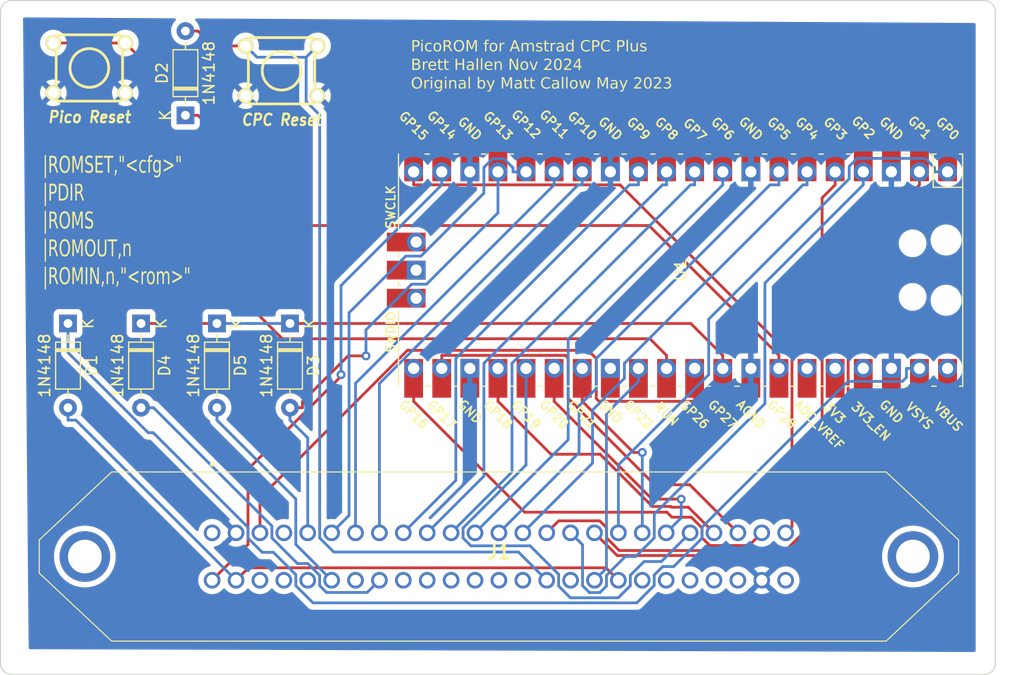
<source format=kicad_pcb>
(kicad_pcb (version 20221018) (generator pcbnew)
  (title_block (title "CPC PicoROM Plus") (date "18-Nov-2024") (rev "1.1-0") (company "Brett Hallen") (comment 1 "https://github.com/0ddjob/CPC_PICOROM") (comment 3 "https://github.com/mattcallow/CPC_PICOROM") (comment 4 "Original by Matt Callow"))
  (layers (0 "F.Cu" signal) (31 "B.Cu" signal) (34 "B.Paste" user) (35 "F.Paste" user) (36 "B.SilkS" user "B.Silkscreen") (37 "F.SilkS" user "F.Silkscreen") (38 "B.Mask" user) (39 "F.Mask" user) (44 "Edge.Cuts" user))
  (net 0 "")
  (net 1 "Net-(D1-K)")
  (net 2 "Vcc")
  (net 3 "Net-(D2-K)")
  (net 4 "~{BRST}")
  (net 5 "Net-(D3-K)")
  (net 6 "A13")
  (net 7 "~{WR}")
  (net 8 "~{IORQ}")
  (net 10 "GND")
  (net 11 "/A15")
  (net 13 "/A12")
  (net 14 "/A11")
  (net 15 "/A10")
  (net 16 "/A9")
  (net 17 "/A8")
  (net 18 "/A7")
  (net 19 "/A6")
  (net 20 "/A5")
  (net 21 "/A4")
  (net 22 "/A3")
  (net 23 "/A2")
  (net 24 "/A1")
  (net 25 "/A0")
  (net 26 "/D7")
  (net 27 "/D6")
  (net 28 "/D5")
  (net 29 "/D4")
  (net 30 "/D3")
  (net 31 "/D2")
  (net 32 "/D1")
  (net 33 "/D0")
  (net 45 "~{ROMEN}")
  (net 54 "RUN")
  (footprint "Diode_THT:D_DO-35_SOD27_P7.62mm_Horizontal" (layer "F.Cu") (at 95.504 123.444 -90)
    (fp_text reference "D3" (at 3.81 -2.12 90) (layer "F.SilkS"))
    (fp_text value "1N4148" (at 3.81 2.12 90) (layer "F.SilkS"))
    (fp_text user "K" (at 0 -1.8 90) (layer "F.SilkS"))
    (pad "1" thru_hole rect (at 0 0 270) (size 1.6 1.6) (drill 0.8) (layers "*.Cu" "*.Mask") (net 5 "Net-(D3-K)"))
    (pad "2" thru_hole oval (at 7.62 0 270) (size 1.6 1.6) (drill 0.8) (layers "*.Cu" "*.Mask") (net 6 "A13"))
  )
  (footprint "Diode_THT:D_DO-35_SOD27_P7.62mm_Horizontal" (layer "F.Cu") (at 88.9 123.444 -90)
    (fp_text reference "D5" (at 3.81 -2.12 90) (layer "F.SilkS"))
    (fp_text value "1N4148" (at 3.81 2.12 90) (layer "F.SilkS"))
    (fp_text user "K" (at 0 -1.8 90) (layer "F.SilkS"))
    (pad "1" thru_hole rect (at 0 0 270) (size 1.6 1.6) (drill 0.8) (layers "*.Cu" "*.Mask") (net 5 "Net-(D3-K)"))
    (pad "2" thru_hole oval (at 7.62 0 270) (size 1.6 1.6) (drill 0.8) (layers "*.Cu" "*.Mask") (net 8 "~{IORQ}"))
  )
  (footprint "CluelessEngineer:RPi_Pico_SMD_TH" (layer "F.Cu") (at 130.81 118.618 -90)
    (fp_text reference "U1" (at 0 0 90) (layer "F.SilkS"))
    (fp_text value "Pico")
    (fp_text user "VSYS" (at 13.2 -21.59 135) (layer "F.SilkS") (effects (font (size 0.8 0.8))))
    (fp_text user "GND" (at 12.8 19.05 135) (layer "F.SilkS") (effects (font (size 0.8 0.8))))
    (fp_text user "GP28" (at 13.054 -9.144 135) (layer "F.SilkS") (effects (font (size 0.8 0.8))))
    (fp_text user "GP27" (at 13.054 -3.8 135) (layer "F.SilkS") (effects (font (size 0.8 0.8))))
    (fp_text user "GP17" (at 13.054 21.59 135) (layer "F.SilkS") (effects (font (size 0.8 0.8))))
    (fp_text user "GP10" (at -13.054 8.89 135) (layer "F.SilkS") (effects (font (size 0.8 0.8))))
    (fp_text user "GP26" (at 13.054 -1.27 135) (layer "F.SilkS") (effects (font (size 0.8 0.8))))
    (fp_text user "GP5" (at -12.8 -8.89 135) (layer "F.SilkS") (effects (font (size 0.8 0.8))))
    (fp_text user "GP11" (at -13.2 11.43 135) (layer "F.SilkS") (effects (font (size 0.8 0.8))))
    (fp_text user "ADC_VREF" (at 14 -12.5 135) (layer "F.SilkS") (effects (font (size 0.8 0.8))))
    (fp_text user "GP13" (at -13.054 16.51 135) (layer "F.SilkS") (effects (font (size 0.8 0.8))))
    (fp_text user "GND" (at 12.8 6.35 135) (layer "F.SilkS") (effects (font (size 0.8 0.8))))
    (fp_text user "RUN" (at 13 1.27 135) (layer "F.SilkS") (effects (font (size 0.8 0.8))))
    (fp_text user "GP14" (at -13.1 21.59 135) (layer "F.SilkS") (effects (font (size 0.8 0.8))))
    (fp_text user "GP8" (at -12.8 1.27 135) (layer "F.SilkS") (effects (font (size 0.8 0.8))))
    (fp_text user "GP0" (at -12.8 -24.13 135) (layer "F.SilkS") (effects (font (size 0.8 0.8))))
    (fp_text user "GP6" (at -12.8 -3.81 135) (layer "F.SilkS") (effects (font (size 0.8 0.8))))
    (fp_text user "3V3_EN" (at 13.7 -17.2 135) (layer "F.SilkS") (effects (font (size 0.8 0.8))))
    (fp_text user "SWCLK" (at -5.7 26.2 90) (layer "F.SilkS") (effects (font (size 0.8 0.8))))
    (fp_text user "GND" (at -12.8 19.05 135) (layer "F.SilkS") (effects (font (size 0.8 0.8))))
    (fp_text user "3V3" (at 12.9 -13.9 135) (layer "F.SilkS") (effects (font (size 0.8 0.8))))
    (fp_text user "GND" (at -12.8 -19.05 135) (layer "F.SilkS") (effects (font (size 0.8 0.8))))
    (fp_text user "GP1" (at -12.9 -21.6 135) (layer "F.SilkS") (effects (font (size 0.8 0.8))))
    (fp_text user "GND" (at -12.8 6.35 135) (layer "F.SilkS") (effects (font (size 0.8 0.8))))
    (fp_text user "GP21" (at 13.054 8.9 135) (layer "F.SilkS") (effects (font (size 0.8 0.8))))
    (fp_text user "GP2" (at -12.9 -16.51 135) (layer "F.SilkS") (effects (font (size 0.8 0.8))))
    (fp_text user "SWDIO" (at 5.6 26.2 90) (layer "F.SilkS") (effects (font (size 0.8 0.8))))
    (fp_text user "GP19" (at 13.054 13.97 135) (layer "F.SilkS") (effects (font (size 0.8 0.8))))
    (fp_text user "GP22" (at 13.054 3.81 135) (layer "F.SilkS") (effects (font (size 0.8 0.8))))
    (fp_text user "GP20" (at 13.054 11.43 135) (layer "F.SilkS") (effects (font (size 0.8 0.8))))
    (fp_text user "GP12" (at -13.2 13.97 135) (layer "F.SilkS") (effects (font (size 0.8 0.8))))
    (fp_text user "AGND" (at 13.054 -6.35 135) (layer "F.SilkS") (effects (font (size 0.8 0.8))))
    (fp_text user "VBUS" (at 13.3 -24.2 135) (layer "F.SilkS") (effects (font (size 0.8 0.8))))
    (fp_text user "GND" (at 12.8 -19.05 135) (layer "F.SilkS") (effects (font (size 0.8 0.8))))
    (fp_text user "GP4" (at -12.8 -11.43 135) (layer "F.SilkS") (effects (font (size 0.8 0.8))))
    (fp_text user "GP9" (at -12.8 3.81 135) (layer "F.SilkS") (effects (font (size 0.8 0.8))))
    (fp_text user "GP15" (at -13.054 24.13 135) (layer "F.SilkS") (effects (font (size 0.8 0.8))))
    (fp_text user "GP16" (at 13.054 24.13 135) (layer "F.SilkS") (effects (font (size 0.8 0.8))))
    (fp_text user "GP18" (at 13.054 16.51 135) (layer "F.SilkS") (effects (font (size 0.8 0.8))))
    (fp_text user "GND" (at -12.8 -6.35 135) (layer "F.SilkS") (effects (font (size 0.8 0.8))))
    (fp_text user "GP3" (at -12.8 -13.97 135) (layer "F.SilkS") (effects (font (size 0.8 0.8))))
    (fp_text user "GP7" (at -12.7 -1.3 135) (layer "F.SilkS") (effects (font (size 0.8 0.8))))
    (pad "" np_thru_hole oval (at -2.725 -24 270) (size 1.8 1.8) (drill 1.8) (layers "*.Cu" "*.Mask"))
    (pad "" np_thru_hole oval (at -2.425 -20.97 270) (size 1.5 1.5) (drill 1.5) (layers "*.Cu" "*.Mask"))
    (pad "" np_thru_hole oval (at 2.425 -20.97 270) (size 1.5 1.5) (drill 1.5) (layers "*.Cu" "*.Mask"))
    (pad "" np_thru_hole oval (at 2.725 -24 270) (size 1.8 1.8) (drill 1.8) (layers "*.Cu" "*.Mask"))
    (pad "1" thru_hole oval (at -8.89 -24.13 270) (size 1.7 1.7) (drill 1.02) (layers "*.Cu" "*.Mask") (net 25 "/A0"))
    (pad "1" smd rect (at -8.89 -24.13 270) (size 3.5 1.7) (drill (offset -0.9 0)) (layers "F.Cu" "F.Mask") (net 25 "/A0"))
    (pad "2" thru_hole oval (at -8.89 -21.59 270) (size 1.7 1.7) (drill 1.02) (layers "*.Cu" "*.Mask") (net 24 "/A1"))
    (pad "2" smd rect (at -8.89 -21.59 270) (size 3.5 1.7) (drill (offset -0.9 0)) (layers "F.Cu" "F.Mask") (net 24 "/A1"))
    (pad "3" thru_hole rect (at -8.89 -19.05 270) (size 1.7 1.7) (drill 1.02) (layers "*.Cu" "*.Mask") (net 10 "GND"))
    (pad "3" smd rect (at -8.89 -19.05 270) (size 3.5 1.7) (drill (offset -0.9 0)) (layers "F.Cu" "F.Mask") (net 10 "GND"))
    (pad "4" thru_hole oval (at -8.89 -16.51 270) (size 1.7 1.7) (drill 1.02) (layers "*.Cu" "*.Mask") (net 23 "/A2"))
    (pad "4" smd rect (at -8.89 -16.51 270) (size 3.5 1.7) (drill (offset -0.9 0)) (layers "F.Cu" "F.Mask") (net 23 "/A2"))
    (pad "5" thru_hole oval (at -8.89 -13.97 270) (size 1.7 1.7) (drill 1.02) (layers "*.Cu" "*.Mask") (net 22 "/A3"))
    (pad "5" smd rect (at -8.89 -13.97 270) (size 3.5 1.7) (drill (offset -0.9 0)) (layers "F.Cu" "F.Mask") (net 22 "/A3"))
    (pad "6" thru_hole oval (at -8.89 -11.43 270) (size 1.7 1.7) (drill 1.02) (layers "*.Cu" "*.Mask") (net 21 "/A4"))
    (pad "6" smd rect (at -8.89 -11.43 270) (size 3.5 1.7) (drill (offset -0.9 0)) (layers "F.Cu" "F.Mask") (net 21 "/A4"))
    (pad "7" thru_hole oval (at -8.89 -8.89 270) (size 1.7 1.7) (drill 1.02) (layers "*.Cu" "*.Mask") (net 20 "/A5"))
    (pad "7" smd rect (at -8.89 -8.89 270) (size 3.5 1.7) (drill (offset -0.9 0)) (layers "F.Cu" "F.Mask") (net 20 "/A5"))
    (pad "8" thru_hole rect (at -8.89 -6.35 270) (size 1.7 1.7) (drill 1.02) (layers "*.Cu" "*.Mask") (net 10 "GND"))
    (pad "8" smd rect (at -8.89 -6.35 270) (size 3.5 1.7) (drill (offset -0.9 0)) (layers "F.Cu" "F.Mask") (net 10 "GND"))
    (pad "9" thru_hole oval (at -8.89 -3.81 270) (size 1.7 1.7) (drill 1.02) (layers "*.Cu" "*.Mask") (net 19 "/A6"))
    (pad "9" smd rect (at -8.89 -3.81 270) (size 3.5 1.7) (drill (offset -0.9 0)) (layers "F.Cu" "F.Mask") (net 19 "/A6"))
    (pad "10" thru_hole oval (at -8.89 -1.27 270) (size 1.7 1.7) (drill 1.02) (layers "*.Cu" "*.Mask") (net 18 "/A7"))
    (pad "10" smd rect (at -8.89 -1.27 270) (size 3.5 1.7) (drill (offset -0.9 0)) (layers "F.Cu" "F.Mask") (net 18 "/A7"))
    (pad "11" thru_hole oval (at -8.89 1.27 270) (size 1.7 1.7) (drill 1.02) (layers "*.Cu" "*.Mask") (net 17 "/A8"))
    (pad "11" smd rect (at -8.89 1.27 270) (size 3.5 1.7) (drill (offset -0.9 0)) (layers "F.Cu" "F.Mask") (net 17 "/A8"))
    (pad "12" thru_hole oval (at -8.89 3.81 270) (size 1.7 1.7) (drill 1.02) (layers "*.Cu" "*.Mask") (net 16 "/A9"))
    (pad "12" smd rect (at -8.89 3.81 270) (size 3.5 1.7) (drill (offset -0.9 0)) (layers "F.Cu" "F.Mask") (net 16 "/A9"))
    (pad "13" thru_hole rect (at -8.89 6.35 270) (size 1.7 1.7) (drill 1.02) (layers "*.Cu" "*.Mask") (net 10 "GND"))
    (pad "13" smd rect (at -8.89 6.35 270) (size 3.5 1.7) (drill (offset -0.9 0)) (layers "F.Cu" "F.Mask") (net 10 "GND"))
    (pad "14" thru_hole oval (at -8.89 8.89 270) (size 1.7 1.7) (drill 1.02) (layers "*.Cu" "*.Mask") (net 15 "/A10"))
    (pad "14" smd rect (at -8.89 8.89 270) (size 3.5 1.7) (drill (offset -0.9 0)) (layers "F.Cu" "F.Mask") (net 15 "/A10"))
    (pad "15" thru_hole oval (at -8.89 11.43 270) (size 1.7 1.7) (drill 1.02) (layers "*.Cu" "*.Mask") (net 14 "/A11"))
    (pad "15" smd rect (at -8.89 11.43 270) (size 3.5 1.7) (drill (offset -0.9 0)) (layers "F.Cu" "F.Mask") (net 14 "/A11"))
    (pad "16" thru_hole oval (at -8.89 13.97 270) (size 1.7 1.7) (drill 1.02) (layers "*.Cu" "*.Mask") (net 13 "/A12"))
    (pad "16" smd rect (at -8.89 13.97 270) (size 3.5 1.7) (drill (offset -0.9 0)) (layers "F.Cu" "F.Mask") (net 13 "/A12"))
    (pad "17" thru_hole oval (at -8.89 16.51 270) (size 1.7 1.7) (drill 1.02) (layers "*.Cu" "*.Mask") (net 6 "A13"))
    (pad "17" smd rect (at -8.89 16.51 270) (size 3.5 1.7) (drill (offset -0.9 0)) (layers "F.Cu" "F.Mask") (net 6 "A13"))
    (pad "18" thru_hole rect (at -8.89 19.05 270) (size 1.7 1.7) (drill 1.02) (layers "*.Cu" "*.Mask") (net 10 "GND"))
    (pad "18" smd rect (at -8.89 19.05 270) (size 3.5 1.7) (drill (offset -0.9 0)) (layers "F.Cu" "F.Mask") (net 10 "GND"))
    (pad "19" thru_hole oval (at -8.89 21.59 270) (size 1.7 1.7) (drill 1.02) (layers "*.Cu" "*.Mask") (net 33 "/D0"))
    (pad "19" smd rect (at -8.89 21.59 270) (size 3.5 1.7) (drill (offset -0.9 0)) (layers "F.Cu" "F.Mask") (net 33 "/D0"))
    (pad "20" thru_hole oval (at -8.89 24.13 270) (size 1.7 1.7) (drill 1.02) (layers "*.Cu" "*.Mask") (net 32 "/D1"))
    (pad "20" smd rect (at -8.89 24.13 270) (size 3.5 1.7) (drill (offset -0.9 0)) (layers "F.Cu" "F.Mask") (net 32 "/D1"))
    (pad "21" thru_hole oval (at 8.89 24.13 270) (size 1.7 1.7) (drill 1.02) (layers "*.Cu" "*.Mask") (net 31 "/D2"))
    (pad "21" smd rect (at 8.89 24.13 270) (size 3.5 1.7) (drill (offset 0.9 0)) (layers "F.Cu" "F.Mask") (net 31 "/D2"))
    (pad "22" thru_hole oval (at 8.89 21.59 270) (size 1.7 1.7) (drill 1.02) (layers "*.Cu" "*.Mask") (net 30 "/D3"))
    (pad "22" smd rect (at 8.89 21.59 270) (size 3.5 1.7) (drill (offset 0.9 0)) (layers "F.Cu" "F.Mask") (net 30 "/D3"))
    (pad "23" thru_hole rect (at 8.89 19.05 270) (size 1.7 1.7) (drill 1.02) (layers "*.Cu" "*.Mask") (net 10 "GND"))
    (pad "23" smd rect (at 8.89 19.05 270) (size 3.5 1.7) (drill (offset 0.9 0)) (layers "F.Cu" "F.Mask") (net 10 "GND"))
    (pad "24" thru_hole oval (at 8.89 16.51 270) (size 1.7 1.7) (drill 1.02) (layers "*.Cu" "*.Mask") (net 29 "/D4"))
    (pad "24" smd rect (at 8.89 16.51 270) (size 3.5 1.7) (drill (offset 0.9 0)) (layers "F.Cu" "F.Mask") (net 29 "/D4"))
    (pad "25" thru_hole oval (at 8.89 13.97 270) (size 1.7 1.7) (drill 1.02) (layers "*.Cu" "*.Mask") (net 28 "/D5"))
    (pad "25" smd rect (at 8.89 13.97 270) (size 3.5 1.7) (drill (offset 0.9 0)) (layers "F.Cu" "F.Mask") (net 28 "/D5"))
    (pad "26" thru_hole oval (at 8.89 11.43 270) (size 1.7 1.7) (drill 1.02) (layers "*.Cu" "*.Mask") (net 27 "/D6"))
    (pad "26" smd rect (at 8.89 11.43 270) (size 3.5 1.7) (drill (offset 0.9 0)) (layers "F.Cu" "F.Mask") (net 27 "/D6"))
    (pad "27" thru_hole oval (at 8.89 8.89 270) (size 1.7 1.7) (drill 1.02) (layers "*.Cu" "*.Mask") (net 26 "/D7"))
    (pad "27" smd rect (at 8.89 8.89 270) (size 3.5 1.7) (drill (offset 0.9 0)) (layers "F.Cu" "F.Mask") (net 26 "/D7"))
    (pad "28" thru_hole rect (at 8.89 6.35 270) (size 1.7 1.7) (drill 1.02) (layers "*.Cu" "*.Mask") (net 10 "GND"))
    (pad "28" smd rect (at 8.89 6.35 270) (size 3.5 1.7) (drill (offset 0.9 0)) (layers "F.Cu" "F.Mask") (net 10 "GND"))
    (pad "29" thru_hole oval (at 8.89 3.81 270) (size 1.7 1.7) (drill 1.02) (layers "*.Cu" "*.Mask") (net 45 "~{ROMEN}"))
    (pad "29" smd rect (at 8.89 3.81 270) (size 3.5 1.7) (drill (offset 0.9 0)) (layers "F.Cu" "F.Mask") (net 45 "~{ROMEN}"))
    (pad "30" thru_hole oval (at 8.89 1.27 270) (size 1.7 1.7) (drill 1.02) (layers "*.Cu" "*.Mask") (net 54 "RUN"))
    (pad "30" smd rect (at 8.89 1.27 270) (size 3.5 1.7) (drill (offset 0.9 0)) (layers "F.Cu" "F.Mask") (net 54 "RUN"))
    (pad "31" thru_hole oval (at 8.89 -1.27 270) (size 1.7 1.7) (drill 1.02) (layers "*.Cu" "*.Mask") (net 11 "/A15"))
    (pad "31" smd rect (at 8.89 -1.27 270) (size 3.5 1.7) (drill (offset 0.9 0)) (layers "F.Cu" "F.Mask") (net 11 "/A15"))
    (pad "32" thru_hole oval (at 8.89 -3.81 270) (size 1.7 1.7) (drill 1.02) (layers "*.Cu" "*.Mask") (net 5 "Net-(D3-K)"))
    (pad "32" smd rect (at 8.89 -3.81 270) (size 3.5 1.7) (drill (offset 0.9 0)) (layers "F.Cu" "F.Mask") (net 5 "Net-(D3-K)"))
    (pad "33" thru_hole rect (at 8.89 -6.35 270) (size 1.7 1.7) (drill 1.02) (layers "*.Cu" "*.Mask") (net 10 "GND"))
    (pad "33" smd rect (at 8.89 -6.35 270) (size 3.5 1.7) (drill (offset 0.9 0)) (layers "F.Cu" "F.Mask") (net 10 "GND"))
    (pad "34" thru_hole oval (at 8.89 -8.89 270) (size 1.7 1.7) (drill 1.02) (layers "*.Cu" "*.Mask") (net 3 "Net-(D2-K)"))
    (pad "34" smd rect (at 8.89 -8.89 270) (size 3.5 1.7) (drill (offset 0.9 0)) (layers "F.Cu" "F.Mask") (net 3 "Net-(D2-K)"))
    (pad "35" thru_hole oval (at 8.89 -11.43 270) (size 1.7 1.7) (drill 1.02) (layers "*.Cu" "*.Mask"))
    (pad "35" smd rect (at 8.89 -11.43 270) (size 3.5 1.7) (drill (offset 0.9 0)) (layers "F.Cu" "F.Mask"))
    (pad "36" thru_hole oval (at 8.89 -13.97 270) (size 1.7 1.7) (drill 1.02) (layers "*.Cu" "*.Mask"))
    (pad "36" smd rect (at 8.89 -13.97 270) (size 3.5 1.7) (drill (offset 0.9 0)) (layers "F.Cu" "F.Mask"))
    (pad "37" thru_hole oval (at 8.89 -16.51 270) (size 1.7 1.7) (drill 1.02) (layers "*.Cu" "*.Mask"))
    (pad "37" smd rect (at 8.89 -16.51 270) (size 3.5 1.7) (drill (offset 0.9 0)) (layers "F.Cu" "F.Mask"))
    (pad "38" thru_hole rect (at 8.89 -19.05 270) (size 1.7 1.7) (drill 1.02) (layers "*.Cu" "*.Mask") (net 10 "GND"))
    (pad "38" smd rect (at 8.89 -19.05 270) (size 3.5 1.7) (drill (offset 0.9 0)) (layers "F.Cu" "F.Mask") (net 10 "GND"))
    (pad "39" thru_hole oval (at 8.89 -21.59 270) (size 1.7 1.7) (drill 1.02) (layers "*.Cu" "*.Mask") (net 1 "Net-(D1-K)"))
    (pad "39" smd rect (at 8.89 -21.59 270) (size 3.5 1.7) (drill (offset 0.9 0)) (layers "F.Cu" "F.Mask") (net 1 "Net-(D1-K)"))
    (pad "40" thru_hole oval (at 8.89 -24.13 270) (size 1.7 1.7) (drill 1.02) (layers "*.Cu" "*.Mask"))
    (pad "40" smd rect (at 8.89 -24.13 270) (size 3.5 1.7) (drill (offset 0.9 0)) (layers "F.Cu" "F.Mask"))
    (pad "41" thru_hole oval (at -2.54 23.9 270) (size 1.7 1.7) (drill 1.02) (layers "*.Cu" "*.Mask"))
    (pad "41" smd rect (at -2.54 23.9) (size 3.5 1.7) (drill (offset -0.9 0)) (layers "F.Cu" "F.Mask"))
    (pad "42" thru_hole rect (at 0 23.9 270) (size 1.7 1.7) (drill 1.02) (layers "*.Cu" "*.Mask"))
    (pad "42" smd rect (at 0 23.9) (size 3.5 1.7) (drill (offset -0.9 0)) (layers "F.Cu" "F.Mask"))
    (pad "43" thru_hole oval (at 2.54 23.9 270) (size 1.7 1.7) (drill 1.02) (layers "*.Cu" "*.Mask"))
    (pad "43" smd rect (at 2.54 23.9) (size 3.5 1.7) (drill (offset -0.9 0)) (layers "F.Cu" "F.Mask"))
  )
  (footprint "My_Components:Switch_Tactile_6mm" (layer "F.Cu") (at 77.3684 100.33)
    (fp_text reference "SW1" hide)
    (fp_text value "Pico Reset" (at 0 4.445) (layer "F.SilkS") (effects (font (size 1.016 0.9144) (thickness 0.2032) italic)))
    (pad "1" thru_hole circle (at -3.2512 -2.25044) (size 1.39954 1.39954) (drill 1.00076) (layers "*.Cu" "*.Mask" "F.SilkS") (net 54 "RUN"))
    (pad "1" thru_hole circle (at 3.2512 -2.25044) (size 1.39954 1.39954) (drill 1.00076) (layers "*.Cu" "*.Mask" "F.SilkS") (net 54 "RUN"))
    (pad "2" thru_hole circle (at -3.2512 2.25044) (size 1.39954 1.39954) (drill 1.00076) (layers "*.Cu" "*.Mask" "F.SilkS") (net 10 "GND"))
    (pad "2" thru_hole circle (at 3.2512 2.25044) (size 1.39954 1.39954) (drill 1.00076) (layers "*.Cu" "*.Mask" "F.SilkS") (net 10 "GND"))
  )
  (footprint "My_Components:Switch_Tactile_6mm" (layer "F.Cu") (at 94.742 100.584)
    (fp_text reference "SW2" hide)
    (fp_text value "CPC Reset" (at 0 4.445) (layer "F.SilkS") (effects (font (size 1.016 0.9144) (thickness 0.2032) italic)))
    (pad "1" thru_hole circle (at -3.2512 -2.25044) (size 1.39954 1.39954) (drill 1.00076) (layers "*.Cu" "*.Mask" "F.SilkS") (net 4 "~{BRST}"))
    (pad "1" thru_hole circle (at 3.2512 -2.25044) (size 1.39954 1.39954) (drill 1.00076) (layers "*.Cu" "*.Mask" "F.SilkS") (net 4 "~{BRST}"))
    (pad "2" thru_hole circle (at -3.2512 2.25044) (size 1.39954 1.39954) (drill 1.00076) (layers "*.Cu" "*.Mask" "F.SilkS") (net 10 "GND"))
    (pad "2" thru_hole circle (at 3.2512 2.25044) (size 1.39954 1.39954) (drill 1.00076) (layers "*.Cu" "*.Mask" "F.SilkS") (net 10 "GND"))
  )
  (footprint "Diode_THT:D_DO-35_SOD27_P7.62mm_Horizontal" (layer "F.Cu") (at 86.0552 104.6124 90)
    (fp_text reference "D2" (at 3.81 -2.12 90) (layer "F.SilkS"))
    (fp_text value "1N4148" (at 3.81 2.12 90) (layer "F.SilkS"))
    (fp_text user "K" (at 0 -1.8 90) (layer "F.SilkS"))
    (pad "1" thru_hole rect (at 0 0 90) (size 1.6 1.6) (drill 0.8) (layers "*.Cu" "*.Mask") (net 3 "Net-(D2-K)"))
    (pad "2" thru_hole oval (at 7.62 0 90) (size 1.6 1.6) (drill 0.8) (layers "*.Cu" "*.Mask") (net 4 "~{BRST}"))
  )
  (footprint "CluelessEngineer:111050113L001" (layer "F.Cu") (at 88.467 142.381)
    (fp_text reference "J1" (at 25.92 1.747) (layer "F.SilkS") (effects (font (size 1.27 1.27) (thickness 0.254))))
    (fp_text value "Amstrad_CPC_Plus_Expansion" hide)
    (pad "1" thru_hole circle (at 0 0) (size 1.5 1.5) (drill 1) (layers "*.Cu" "*.Mask"))
    (pad "2" thru_hole circle (at 2.16 0) (size 1.5 1.5) (drill 1) (layers "*.Cu" "*.Mask") (net 10 "GND"))
    (pad "3" thru_hole circle (at 4.32 0) (size 1.5 1.5) (drill 1) (layers "*.Cu" "*.Mask") (net 11 "/A15"))
    (pad "4" thru_hole circle (at 6.48 0) (size 1.5 1.5) (drill 1) (layers "*.Cu" "*.Mask"))
    (pad "5" thru_hole circle (at 8.64 0) (size 1.5 1.5) (drill 1) (layers "*.Cu" "*.Mask") (net 6 "A13"))
    (pad "6" thru_hole circle (at 10.8 0) (size 1.5 1.5) (drill 1) (layers "*.Cu" "*.Mask") (net 13 "/A12"))
    (pad "7" thru_hole circle (at 12.96 0) (size 1.5 1.5) (drill 1) (layers "*.Cu" "*.Mask") (net 14 "/A11"))
    (pad "8" thru_hole circle (at 15.12 0) (size 1.5 1.5) (drill 1) (layers "*.Cu" "*.Mask") (net 15 "/A10"))
    (pad "9" thru_hole circle (at 17.28 0) (size 1.5 1.5) (drill 1) (layers "*.Cu" "*.Mask") (net 16 "/A9"))
    (pad "10" thru_hole circle (at 19.44 0) (size 1.5 1.5) (drill 1) (layers "*.Cu" "*.Mask") (net 17 "/A8"))
    (pad "11" thru_hole circle (at 21.6 0) (size 1.5 1.5) (drill 1) (layers "*.Cu" "*.Mask") (net 18 "/A7"))
    (pad "12" thru_hole circle (at 23.76 0) (size 1.5 1.5) (drill 1) (layers "*.Cu" "*.Mask") (net 19 "/A6"))
    (pad "13" thru_hole circle (at 25.92 0) (size 1.5 1.5) (drill 1) (layers "*.Cu" "*.Mask") (net 20 "/A5"))
    (pad "14" thru_hole circle (at 28.08 0) (size 1.5 1.5) (drill 1) (layers "*.Cu" "*.Mask") (net 21 "/A4"))
    (pad "15" thru_hole circle (at 30.24 0) (size 1.5 1.5) (drill 1) (layers "*.Cu" "*.Mask") (net 22 "/A3"))
    (pad "16" thru_hole circle (at 32.4 0) (size 1.5 1.5) (drill 1) (layers "*.Cu" "*.Mask") (net 23 "/A2"))
    (pad "17" thru_hole circle (at 34.56 0) (size 1.5 1.5) (drill 1) (layers "*.Cu" "*.Mask") (net 24 "/A1"))
    (pad "18" thru_hole circle (at 36.72 0) (size 1.5 1.5) (drill 1) (layers "*.Cu" "*.Mask") (net 25 "/A0"))
    (pad "19" thru_hole circle (at 38.88 0) (size 1.5 1.5) (drill 1) (layers "*.Cu" "*.Mask") (net 26 "/D7"))
    (pad "20" thru_hole circle (at 41.04 0) (size 1.5 1.5) (drill 1) (layers "*.Cu" "*.Mask") (net 27 "/D6"))
    (pad "21" thru_hole circle (at 43.2 0) (size 1.5 1.5) (drill 1) (layers "*.Cu" "*.Mask") (net 28 "/D5"))
    (pad "22" thru_hole circle (at 45.36 0) (size 1.5 1.5) (drill 1) (layers "*.Cu" "*.Mask") (net 29 "/D4"))
    (pad "23" thru_hole circle (at 47.52 0) (size 1.5 1.5) (drill 1) (layers "*.Cu" "*.Mask") (net 30 "/D3"))
    (pad "24" thru_hole circle (at 49.68 0) (size 1.5 1.5) (drill 1) (layers "*.Cu" "*.Mask") (net 31 "/D2"))
    (pad "25" thru_hole circle (at 51.84 0) (size 1.5 1.5) (drill 1) (layers "*.Cu" "*.Mask") (net 32 "/D1"))
    (pad "26" thru_hole circle (at 0 4.29) (size 1.5 1.5) (drill 1) (layers "*.Cu" "*.Mask") (net 33 "/D0"))
    (pad "27" thru_hole circle (at 2.16 4.29) (size 1.5 1.5) (drill 1) (layers "*.Cu" "*.Mask") (net 2 "Vcc"))
    (pad "28" thru_hole circle (at 4.32 4.29) (size 1.5 1.5) (drill 1) (layers "*.Cu" "*.Mask"))
    (pad "29" thru_hole circle (at 6.48 4.29) (size 1.5 1.5) (drill 1) (layers "*.Cu" "*.Mask"))
    (pad "30" thru_hole circle (at 8.64 4.29) (size 1.5 1.5) (drill 1) (layers "*.Cu" "*.Mask"))
    (pad "31" thru_hole circle (at 10.8 4.29) (size 1.5 1.5) (drill 1) (layers "*.Cu" "*.Mask") (net 8 "~{IORQ}"))
    (pad "32" thru_hole circle (at 12.96 4.29) (size 1.5 1.5) (drill 1) (layers "*.Cu" "*.Mask"))
    (pad "33" thru_hole circle (at 15.12 4.29) (size 1.5 1.5) (drill 1) (layers "*.Cu" "*.Mask") (net 7 "~{WR}"))
    (pad "34" thru_hole circle (at 17.28 4.29) (size 1.5 1.5) (drill 1) (layers "*.Cu" "*.Mask"))
    (pad "35" thru_hole circle (at 19.44 4.29) (size 1.5 1.5) (drill 1) (layers "*.Cu" "*.Mask"))
    (pad "36" thru_hole circle (at 21.6 4.29) (size 1.5 1.5) (drill 1) (layers "*.Cu" "*.Mask"))
    (pad "37" thru_hole circle (at 23.76 4.29) (size 1.5 1.5) (drill 1) (layers "*.Cu" "*.Mask"))
    (pad "38" thru_hole circle (at 25.92 4.29) (size 1.5 1.5) (drill 1) (layers "*.Cu" "*.Mask"))
    (pad "39" thru_hole circle (at 28.08 4.29) (size 1.5 1.5) (drill 1) (layers "*.Cu" "*.Mask"))
    (pad "40" thru_hole circle (at 30.24 4.29) (size 1.5 1.5) (drill 1) (layers "*.Cu" "*.Mask") (net 4 "~{BRST}"))
    (pad "41" thru_hole circle (at 32.4 4.29) (size 1.5 1.5) (drill 1) (layers "*.Cu" "*.Mask"))
    (pad "42" thru_hole circle (at 34.56 4.29) (size 1.5 1.5) (drill 1) (layers "*.Cu" "*.Mask") (net 45 "~{ROMEN}"))
    (pad "43" thru_hole circle (at 36.72 4.29) (size 1.5 1.5) (drill 1) (layers "*.Cu" "*.Mask") (net 2 "Vcc"))
    (pad "44" thru_hole circle (at 38.88 4.29) (size 1.5 1.5) (drill 1) (layers "*.Cu" "*.Mask"))
    (pad "45" thru_hole circle (at 41.04 4.29) (size 1.5 1.5) (drill 1) (layers "*.Cu" "*.Mask"))
    (pad "46" thru_hole circle (at 43.2 4.29) (size 1.5 1.5) (drill 1) (layers "*.Cu" "*.Mask"))
    (pad "47" thru_hole circle (at 45.36 4.29) (size 1.5 1.5) (drill 1) (layers "*.Cu" "*.Mask"))
    (pad "48" thru_hole circle (at 47.52 4.29) (size 1.5 1.5) (drill 1) (layers "*.Cu" "*.Mask"))
    (pad "49" thru_hole circle (at 49.68 4.29) (size 1.5 1.5) (drill 1) (layers "*.Cu" "*.Mask") (net 10 "GND"))
    (pad "50" thru_hole circle (at 51.84 4.29) (size 1.5 1.5) (drill 1) (layers "*.Cu" "*.Mask"))
    (pad "MH1" thru_hole circle (at -11.505 2.145) (size 4.575 4.575) (drill 3.05) (layers "*.Cu" "*.Mask"))
    (pad "MH2" thru_hole circle (at 63.345 2.145) (size 4.575 4.575) (drill 3.05) (layers "*.Cu" "*.Mask"))
  )
  (footprint "Diode_THT:D_DO-35_SOD27_P7.62mm_Horizontal" (layer "F.Cu") (at 82.042 123.444 -90)
    (fp_text reference "D4" (at 3.81 -2.12 90) (layer "F.SilkS"))
    (fp_text value "1N4148" (at 3.81 2.12 90) (layer "F.SilkS"))
    (fp_text user "K" (at 0 -1.8 90) (layer "F.SilkS"))
    (pad "1" thru_hole rect (at 0 0 270) (size 1.6 1.6) (drill 0.8) (layers "*.Cu" "*.Mask") (net 5 "Net-(D3-K)"))
    (pad "2" thru_hole oval (at 7.62 0 270) (size 1.6 1.6) (drill 0.8) (layers "*.Cu" "*.Mask") (net 7 "~{WR}"))
  )
  (footprint "Diode_THT:D_DO-35_SOD27_P7.62mm_Horizontal" (layer "F.Cu") (at 75.438 123.444 -90)
    (fp_text reference "D1" (at 3.81 -2.12 90) (layer "F.SilkS"))
    (fp_text value "1N4148" (at 3.81 2.12 90) (layer "F.SilkS"))
    (fp_text user "K" (at 0 -1.8 90) (layer "F.SilkS"))
    (pad "1" thru_hole rect (at 0 0 270) (size 1.6 1.6) (drill 0.8) (layers "*.Cu" "*.Mask") (net 1 "Net-(D1-K)"))
    (pad "2" thru_hole oval (at 7.62 0 270) (size 1.6 1.6) (drill 0.8) (layers "*.Cu" "*.Mask") (net 2 "Vcc"))
  )
  (gr_arc (start 70.342 155.194) (mid 69.634893 154.901107) (end 69.342 154.194) (stroke (width 0.1)) (layer "Edge.Cuts"))
  (gr_line (start 159.258 95.234) (end 159.258 154.194) (stroke (width 0.1)) (layer "Edge.Cuts"))
  (gr_line (start 158.258 155.194) (end 70.342 155.194) (stroke (width 0.1)) (layer "Edge.Cuts"))
  (gr_arc (start 159.258 154.194) (mid 158.965107 154.901107) (end 158.258 155.194) (stroke (width 0.1)) (layer "Edge.Cuts"))
  (gr_line (start 70.342 94.234) (end 158.258 94.234) (stroke (width 0.1)) (layer "Edge.Cuts"))
  (gr_line (start 69.342 154.194) (end 69.342 95.234) (stroke (width 0.1)) (layer "Edge.Cuts"))
  (gr_arc (start 158.258 94.234) (mid 158.965107 94.526893) (end 159.258 95.234) (stroke (width 0.1)) (layer "Edge.Cuts"))
  (gr_arc (start 69.342 95.234) (mid 69.634893 94.526893) (end 70.342 94.234) (stroke (width 0.1)) (layer "Edge.Cuts"))
  (gr_text "|ROMSET,{dblquote}<cfg>{dblquote}\n|PDIR\n|ROMS\n|ROMOUT,n\n|ROMIN,n,{dblquote}<rom>{dblquote}" (at 73.152 120.142) (layer "F.SilkS") (effects (font (size 1.5 1)) (justify left bottom)))
  (gr_text "PicoROM for Amstrad CPC Plus\nBrett Hallen Nov 2024\nOriginal by Matt Callow May 2023" (at 106.426 102.362) (layer "F.SilkS") (effects (font (size 1 1)) (justify left bottom)))
  (segment (start 82.6853 133.3222) (end 83.1412 133.3222) (width 0.25) (layer "B.Cu") (net 1))
  (segment (start 132.747 141.8717) (end 145.9338 128.6849) (width 0.25) (layer "B.Cu") (net 1))
  (segment (start 130.1883 145.4314) (end 132.747 142.8727) (width 0.25) (layer "B.Cu") (net 1))
  (segment (start 150.8554 128.6849) (end 151.2231 128.3172) (width 0.25) (layer "B.Cu") (net 1))
  (segment (start 96.0271 146.1632) (end 96.0271 147.1556) (width 0.25) (layer "B.Cu") (net 1))
  (segment (start 75.438 123.444) (end 75.438 126.0749) (width 0.25) (layer "B.Cu") (net 1))
  (segment (start 75.438 126.0749) (end 82.6853 133.3222) (width 0.25) (layer "B.Cu") (net 1))
  (segment (start 128.427 146.1984) (end 129.194 145.4314) (width 0.25) (layer "B.Cu") (net 1))
  (segment (start 97.5838 148.7123) (end 126.8507 148.7123) (width 0.25) (layer "B.Cu") (net 1))
  (segment (start 94.0092 144.1453) (end 96.0271 146.1632) (width 0.25) (layer "B.Cu") (net 1))
  (segment (start 151.2231 128.3172) (end 151.2231 127.508) (width 0.25) (layer "B.Cu") (net 1))
  (segment (start 83.1412 133.3222) (end 91.707 141.888) (width 0.25) (layer "B.Cu") (net 1))
  (segment (start 152.4 127.508) (end 151.2231 127.508) (width 0.25) (layer "B.Cu") (net 1))
  (segment (start 96.0271 147.1556) (end 97.5838 148.7123) (width 0.25) (layer "B.Cu") (net 1))
  (segment (start 132.747 142.8727) (end 132.747 141.8717) (width 0.25) (layer "B.Cu") (net 1))
  (segment (start 92.9937 144.1453) (end 94.0092 144.1453) (width 0.25) (layer "B.Cu") (net 1))
  (segment (start 145.9338 128.6849) (end 150.8554 128.6849) (width 0.25) (layer "B.Cu") (net 1))
  (segment (start 129.194 145.4314) (end 130.1883 145.4314) (width 0.25) (layer "B.Cu") (net 1))
  (segment (start 126.8507 148.7123) (end 128.427 147.136) (width 0.25) (layer "B.Cu") (net 1))
  (segment (start 91.707 141.888) (end 91.707 142.8586) (width 0.25) (layer "B.Cu") (net 1))
  (segment (start 128.427 147.136) (end 128.427 146.1984) (width 0.25) (layer "B.Cu") (net 1))
  (segment (start 91.707 142.8586) (end 92.9937 144.1453) (width 0.25) (layer "B.Cu") (net 1))
  (segment (start 91.7537 145.5443) (end 124.0603 145.5443) (width 0.25) (layer "F.Cu") (net 2))
  (segment (start 90.627 146.671) (end 91.7537 145.5443) (width 0.25) (layer "F.Cu") (net 2))
  (segment (start 124.0603 145.5443) (end 125.187 146.671) (width 0.25) (layer "F.Cu") (net 2))
  (segment (start 90.627 146.671) (end 76.1469 132.1909) (width 0.25) (layer "B.Cu") (net 2))
  (segment (start 75.438 131.064) (end 75.438 132.1909) (width 0.25) (layer "B.Cu") (net 2))
  (segment (start 76.1469 132.1909) (end 75.438 132.1909) (width 0.25) (layer "B.Cu") (net 2))
  (segment (start 127.9529 114.584) (end 139.7 126.3311) (width 0.25) (layer "F.Cu") (net 3))
  (segment (start 87.1821 104.6124) (end 97.1537 114.584) (width 0.25) (layer "F.Cu") (net 3))
  (segment (start 139.7 127.508) (end 139.7 126.3311) (width 0.25) (layer "F.Cu") (net 3))
  (segment (start 86.0552 104.6124) (end 87.1821 104.6124) (width 0.25) (layer "F.Cu") (net 3))
  (segment (start 97.1537 114.584) (end 127.9529 114.584) (width 0.25) (layer "F.Cu") (net 3))
  (segment (start 88.5233 98.3336) (end 87.1821 96.9924) (width 0.25) (layer "F.Cu") (net 4))
  (segment (start 86.0552 96.9924) (end 87.1821 96.9924) (width 0.25) (layer "F.Cu") (net 4))
  (segment (start 91.4908 98.3336) (end 88.5233 98.3336) (width 0.25) (layer "F.Cu") (net 4))
  (segment (start 96.9638 99.363) (end 96.9638 103.3581) (width 0.25) (layer "B.Cu") (net 4))
  (segment (start 96.9638 103.3581) (end 98.1871 104.5814) (width 0.25) (layer "B.Cu") (net 4))
  (segment (start 99.4574 144.1166) (end 116.1526 144.1166) (width 0.25) (layer "B.Cu") (net 4))
  (segment (start 116.1526 144.1166) (end 118.707 146.671) (width 0.25) (layer "B.Cu") (net 4))
  (segment (start 92.5202 99.363) (end 91.4908 98.3336) (width 0.25) (layer "B.Cu") (net 4))
  (segment (start 98.1871 142.8463) (end 99.4574 144.1166) (width 0.25) (layer "B.Cu") (net 4))
  (segment (start 96.9638 99.363) (end 97.9932 98.3336) (width 0.25) (layer "B.Cu") (net 4))
  (segment (start 98.1871 104.5814) (end 98.1871 142.8463) (width 0.25) (layer "B.Cu") (net 4))
  (segment (start 96.9638 99.363) (end 92.5202 99.363) (width 0.25) (layer "B.Cu") (net 4))
  (segment (start 95.504 123.444) (end 96.6309 123.444) (width 0.25) (layer "F.Cu") (net 5))
  (segment (start 131.7329 123.444) (end 134.62 126.3311) (width 0.25) (layer "F.Cu") (net 5))
  (segment (start 82.042 123.444) (end 88.9 123.444) (width 0.25) (layer "F.Cu") (net 5))
  (segment (start 96.6309 123.444) (end 131.7329 123.444) (width 0.25) (layer "F.Cu") (net 5))
  (segment (start 134.62 127.508) (end 134.62 126.3311) (width 0.25) (layer "F.Cu") (net 5))
  (segment (start 88.9 123.444) (end 95.504 123.444) (width 0.25) (layer "B.Cu") (net 5))
  (segment (start 100.7542 126.3772) (end 102.3705 126.3772) (width 0.25) (layer "F.Cu") (net 6))
  (segment (start 96.6309 131.064) (end 96.6309 130.5005) (width 0.25) (layer "F.Cu") (net 6))
  (segment (start 95.504 131.064) (end 96.6309 131.064) (width 0.25) (layer "F.Cu") (net 6))
  (segment (start 96.6309 130.5005) (end 100.7542 126.3772) (width 0.25) (layer "F.Cu") (net 6))
  (via (at 102.3705 126.3772) (size 0.8) (drill 0.4) (layers "F.Cu" "B.Cu") (net 6))
  (segment (start 107.8458 119.888) (end 106.5005 119.888) (width 0.25) (layer "B.Cu") (net 6))
  (segment (start 97.107 133.7939) (end 97.107 142.381) (width 0.25) (layer "B.Cu") (net 6))
  (segment (start 95.504 132.1909) (end 97.107 133.7939) (width 0.25) (layer "B.Cu") (net 6))
  (segment (start 102.3705 124.018) (end 102.3705 126.3772) (width 0.25) (layer "B.Cu") (net 6))
  (segment (start 114.3 113.4338) (end 107.8458 119.888) (width 0.25) (layer "B.Cu") (net 6))
  (segment (start 106.5005 119.888) (end 102.3705 124.018) (width 0.25) (layer "B.Cu") (net 6))
  (segment (start 114.3 109.728) (end 114.3 113.4338) (width 0.25) (layer "B.Cu") (net 6))
  (segment (start 95.504 131.064) (end 95.504 132.1909) (width 0.25) (layer "B.Cu") (net 6))
  (segment (start 82.042 131.064) (end 83.1689 131.064) (width 0.25) (layer "B.Cu") (net 7))
  (segment (start 98.1839 146.2249) (end 97.1216 145.1626) (width 0.25) (layer "B.Cu") (net 7))
  (segment (start 93.867 142.8473) (end 93.867 141.7621) (width 0.25) (layer "B.Cu") (net 7))
  (segment (start 102.4804 147.7776) (end 98.8091 147.7776) (width 0.25) (layer "B.Cu") (net 7))
  (segment (start 103.587 146.671) (end 102.4804 147.7776) (width 0.25) (layer "B.Cu") (net 7))
  (segment (start 93.867 141.7621) (end 83.1689 131.064) (width 0.25) (layer "B.Cu") (net 7))
  (segment (start 96.1823 145.1626) (end 93.867 142.8473) (width 0.25) (layer "B.Cu") (net 7))
  (segment (start 98.8091 147.7776) (end 98.1839 147.1524) (width 0.25) (layer "B.Cu") (net 7))
  (segment (start 98.1839 147.1524) (end 98.1839 146.2249) (width 0.25) (layer "B.Cu") (net 7))
  (segment (start 97.1216 145.1626) (end 96.1823 145.1626) (width 0.25) (layer "B.Cu") (net 7))
  (segment (start 96.027 143.4289) (end 96.027 139.3179) (width 0.25) (layer "B.Cu") (net 8))
  (segment (start 99.267 146.671) (end 99.267 146.6689) (width 0.25) (layer "B.Cu") (net 8))
  (segment (start 88.9 131.064) (end 88.9 132.1909) (width 0.25) (layer "B.Cu") (net 8))
  (segment (start 96.027 139.3179) (end 88.9 132.1909) (width 0.25) (layer "B.Cu") (net 8))
  (segment (start 99.267 146.6689) (end 96.027 143.4289) (width 0.25) (layer "B.Cu") (net 8))
  (segment (start 92.787 139.206) (end 92.787 142.381) (width 0.25) (layer "F.Cu") (net 11))
  (segment (start 123.19 130.2371) (end 123.19 126.6157) (width 0.25) (layer "F.Cu") (net 11))
  (segment (start 122.4478 125.8735) (end 106.1195 125.8735) (width 0.25) (layer "F.Cu") (net 11))
  (segment (start 123.19 126.6157) (end 122.4478 125.8735) (width 0.25) (layer "F.Cu") (net 11))
  (segment (start 132.08 127.508) (end 132.08 130.4849) (width 0.25) (layer "F.Cu") (net 11))
  (segment (start 106.1195 125.8735) (end 92.787 139.206) (width 0.25) (layer "F.Cu") (net 11))
  (segment (start 123.4378 130.4849) (end 123.19 130.2371) (width 0.25) (layer "F.Cu") (net 11))
  (segment (start 132.08 130.4849) (end 123.4378 130.4849) (width 0.25) (layer "F.Cu") (net 11))
  (segment (start 100.8444 140.8036) (end 99.267 142.381) (width 0.25) (layer "B.Cu") (net 13))
  (segment (start 115.6631 109.3622) (end 114.8446 108.5437) (width 0.25) (layer "B.Cu") (net 13))
  (segment (start 113.0299 109.3262) (end 113.0299 111.6632) (width 0.25) (layer "B.Cu") (net 13))
  (segment (start 105.9698 117.348) (end 100.8444 122.4734) (width 0.25) (layer "B.Cu") (net 13))
  (segment (start 100.8444 122.4734) (end 100.8444 140.8036) (width 0.25) (layer "B.Cu") (net 13))
  (segment (start 113.8124 108.5437) (end 113.0299 109.3262) (width 0.25) (layer "B.Cu") (net 13))
  (segment (start 116.84 109.728) (end 115.6631 109.728) (width 0.25) (layer "B.Cu") (net 13))
  (segment (start 113.0299 111.6632) (end 107.3451 117.348) (width 0.25) (layer "B.Cu") (net 13))
  (segment (start 114.8446 108.5437) (end 113.8124 108.5437) (width 0.25) (layer "B.Cu") (net 13))
  (segment (start 107.3451 117.348) (end 105.9698 117.348) (width 0.25) (layer "B.Cu") (net 13))
  (segment (start 115.6631 109.728) (end 115.6631 109.3622) (width 0.25) (layer "B.Cu") (net 13))
  (segment (start 101.427 128.8579) (end 119.38 110.9049) (width 0.25) (layer "B.Cu") (net 14))
  (segment (start 119.38 109.728) (end 119.38 110.9049) (width 0.25) (layer "B.Cu") (net 14))
  (segment (start 101.427 142.381) (end 101.427 128.8579) (width 0.25) (layer "B.Cu") (net 14))
  (segment (start 121.92 109.728) (end 121.92 110.9049) (width 0.25) (layer "B.Cu") (net 15))
  (segment (start 121.5542 110.9049) (end 121.92 110.9049) (width 0.25) (layer "B.Cu") (net 15))
  (segment (start 103.587 128.8721) (end 121.5542 110.9049) (width 0.25) (layer "B.Cu") (net 15))
  (segment (start 103.587 142.381) (end 103.587 128.8721) (width 0.25) (layer "B.Cu") (net 15))
  (segment (start 127 110.9049) (end 126.1909 110.9049) (width 0.25) (layer "B.Cu") (net 16))
  (segment (start 127 109.728) (end 127 110.9049) (width 0.25) (layer "B.Cu") (net 16))
  (segment (start 126.1909 110.9049) (end 110.49 126.6058) (width 0.25) (layer "B.Cu") (net 16))
  (segment (start 110.49 137.638) (end 105.747 142.381) (width 0.25) (layer "B.Cu") (net 16))
  (segment (start 110.49 126.6058) (end 110.49 137.638) (width 0.25) (layer "B.Cu") (net 16))
  (segment (start 107.907 142.381) (end 113.0299 137.2581) (width 0.25) (layer "B.Cu") (net 17))
  (segment (start 113.0299 127.0492) (end 129.1742 110.9049) (width 0.25) (layer "B.Cu") (net 17))
  (segment (start 129.54 109.728) (end 129.54 110.9049) (width 0.25) (layer "B.Cu") (net 17))
  (segment (start 129.1742 110.9049) (end 129.54 110.9049) (width 0.25) (layer "B.Cu") (net 17))
  (segment (start 113.0299 137.2581) (end 113.0299 127.0492) (width 0.25) (layer "B.Cu") (net 17))
  (segment (start 110.067 142.3786) (end 110.067 142.381) (width 0.25) (layer "B.Cu") (net 18))
  (segment (start 115.57 127.0491) (end 115.57 136.8756) (width 0.25) (layer "B.Cu") (net 18))
  (segment (start 115.57 136.8756) (end 110.067 142.3786) (width 0.25) (layer "B.Cu") (net 18))
  (segment (start 132.08 109.728) (end 132.08 110.9049) (width 0.25) (layer "B.Cu") (net 18))
  (segment (start 132.08 110.9049) (end 131.7142 110.9049) (width 0.25) (layer "B.Cu") (net 18))
  (segment (start 131.7142 110.9049) (end 115.57 127.0491) (width 0.25) (layer "B.Cu") (net 18))
  (segment (start 134.62 109.728) (end 134.62 110.9049) (width 0.25) (layer "B.Cu") (net 19))
  (segment (start 120.65 124.8749) (end 134.62 110.9049) (width 0.25) (layer "B.Cu") (net 19))
  (segment (start 120.65 133.958) (end 120.65 124.8749) (width 0.25) (layer "B.Cu") (net 19))
  (segment (start 112.227 142.381) (end 120.65 133.958) (width 0.25) (layer "B.Cu") (net 19))
  (segment (start 139.7 110.9049) (end 138.8909 110.9049) (width 0.25) (layer "B.Cu") (net 20))
  (segment (start 138.8909 110.9049) (end 123.19 126.6058) (width 0.25) (layer "B.Cu") (net 20))
  (segment (start 121.6356 130.8815) (end 121.6356 135.1324) (width 0.25) (layer "B.Cu") (net 20))
  (segment (start 121.6356 135.1324) (end 114.387 142.381) (width 0.25) (layer "B.Cu") (net 20))
  (segment (start 123.19 126.6058) (end 123.19 129.3271) (width 0.25) (layer "B.Cu") (net 20))
  (segment (start 123.19 129.3271) (end 121.6356 130.8815) (width 0.25) (layer "B.Cu") (net 20))
  (segment (start 139.7 109.728) (end 139.7 110.9049) (width 0.25) (layer "B.Cu") (net 20))
  (segment (start 122.8518 136.0762) (end 122.8518 131.2785) (width 0.25) (layer "B.Cu") (net 21))
  (segment (start 142.24 109.728) (end 142.24 110.9049) (width 0.25) (layer "B.Cu") (net 21))
  (segment (start 141.8742 110.9049) (end 142.24 110.9049) (width 0.25) (layer "B.Cu") (net 21))
  (segment (start 116.547 142.381) (end 122.8518 136.0762) (width 0.25) (layer "B.Cu") (net 21))
  (segment (start 125.7299 128.4004) (end 125.7299 127.0492) (width 0.25) (layer "B.Cu") (net 21))
  (segment (start 125.7299 127.0492) (end 141.8742 110.9049) (width 0.25) (layer "B.Cu") (net 21))
  (segment (start 122.8518 131.2785) (end 125.7299 128.4004) (width 0.25) (layer "B.Cu") (net 21))
  (segment (start 124.1101 141.9117) (end 124.1101 142.827) (width 0.25) (layer "F.Cu") (net 22))
  (segment (start 119.7918 141.2962) (end 123.4946 141.2962) (width 0.25) (layer "F.Cu") (net 22))
  (segment (start 125.2675 143.9844) (end 140.3002 143.9844) (width 0.25) (layer "F.Cu") (net 22))
  (segment (start 143.6031 140.6815) (end 143.6031 112.0818) (width 0.25) (layer "F.Cu") (net 22))
  (segment (start 140.3002 143.9844) (end 143.6031 140.6815) (width 0.25) (layer "F.Cu") (net 22))
  (segment (start 144.78 109.728) (end 144.78 110.9049) (width 0.25) (layer "F.Cu") (net 22))
  (segment (start 118.707 142.381) (end 119.7918 141.2962) (width 0.25) (layer "F.Cu") (net 22))
  (segment (start 123.4946 141.2962) (end 124.1101 141.9117) (width 0.25) (layer "F.Cu") (net 22))
  (segment (start 124.1101 142.827) (end 125.2675 143.9844) (width 0.25) (layer "F.Cu") (net 22))
  (segment (start 143.6031 112.0818) (end 144.78 110.9049) (width 0.25) (layer "F.Cu") (net 22))
  (segment (start 121.947 143.461) (end 120.867 142.381) (width 0.25) (layer "B.Cu") (net 23))
  (segment (start 125.8137 144.5214) (end 124.1101 146.225) (width 0.25) (layer "B.Cu") (net 23))
  (segment (start 123.5164 147.7857) (end 122.5701 147.7857) (width 0.25) (layer "B.Cu") (net 23))
  (segment (start 128.4301 140.6924) (end 128.4301 142.8443) (width 0.25) (layer "B.Cu") (net 23))
  (segment (start 124.1101 147.192) (end 123.5164 147.7857) (width 0.25) (layer "B.Cu") (net 23))
  (segment (start 147.32 109.728) (end 147.32 110.9049) (width 0.25) (layer "B.Cu") (net 23))
  (segment (start 121.947 147.1626) (end 121.947 143.461) (width 0.25) (layer "B.Cu") (net 23))
  (segment (start 138.4299 130.6926) (end 128.4301 140.6924) (width 0.25) (layer "B.Cu") (net 23))
  (segment (start 124.1101 146.225) (end 124.1101 147.192) (width 0.25) (layer "B.Cu") (net 23))
  (segment (start 122.5701 147.7857) (end 121.947 147.1626) (width 0.25) (layer "B.Cu") (net 23))
  (segment (start 138.4299 119.795) (end 138.4299 130.6926) (width 0.25) (layer "B.Cu") (net 23))
  (segment (start 147.32 110.9049) (end 138.4299 119.795) (width 0.25) (layer "B.Cu") (net 23))
  (segment (start 126.753 144.5214) (end 125.8137 144.5214) (width 0.25) (layer "B.Cu") (net 23))
  (segment (start 128.4301 142.8443) (end 126.753 144.5214) (width 0.25) (layer "B.Cu") (net 23))
  (segment (start 140.4874 144.4363) (end 145.9569 138.9668) (width 0.25) (layer "F.Cu") (net 24))
  (segment (start 145.9569 117.348) (end 152.4 110.9049) (width 0.25) (layer "F.Cu") (net 24))
  (segment (start 152.4 109.728) (end 152.4 110.9049) (width 0.25) (layer "F.Cu") (net 24))
  (segment (start 123.027 142.3832) (end 125.0801 144.4363) (width 0.25) (layer "F.Cu") (net 24))
  (segment (start 123.027 142.381) (end 123.027 142.3832) (width 0.25) (layer "F.Cu") (net 24))
  (segment (start 125.0801 144.4363) (end 140.4874 144.4363) (width 0.25) (layer "F.Cu") (net 24))
  (segment (start 145.9569 138.9668) (end 145.9569 117.348) (width 0.25) (layer "F.Cu") (net 24))
  (segment (start 146.7717 108.508) (end 146.05 109.2297) (width 0.25) (layer "B.Cu") (net 25))
  (segment (start 133.35 123.0582) (end 133.35 128.0795) (width 0.25) (layer "B.Cu") (net 25))
  (segment (start 153.7631 109.728) (end 153.7631 109.3622) (width 0.25) (layer "B.Cu") (net 25))
  (segment (start 133.35 128.0795) (end 125.187 136.2425) (width 0.25) (layer "B.Cu") (net 25))
  (segment (start 146.05 110.3582) (end 133.35 123.0582) (width 0.25) (layer "B.Cu") (net 25))
  (segment (start 152.9089 108.508) (end 146.7717 108.508) (width 0.25) (layer "B.Cu") (net 25))
  (segment (start 154.94 109.728) (end 153.7631 109.728) (width 0.25) (layer "B.Cu") (net 25))
  (segment (start 125.187 136.2425) (end 125.187 142.381) (width 0.25) (layer "B.Cu") (net 25))
  (segment (start 146.05 109.2297) (end 146.05 110.3582) (width 0.25) (layer "B.Cu") (net 25))
  (segment (start 153.7631 109.3622) (end 152.9089 108.508) (width 0.25) (layer "B.Cu") (net 25))
  (segment (start 121.92 130.4849) (end 126.5454 135.1103) (width 0.25) (layer "F.Cu") (net 26))
  (segment (start 127.347 135.1103) (end 127.347 135.1104) (width 0.25) (layer "F.Cu") (net 26))
  (segment (start 121.92 127.508) (end 121.92 130.4849) (width 0.25) (layer "F.Cu") (net 26))
  (segment (start 126.5454 135.1103) (end 127.347 135.1103) (width 0.25) (layer "F.Cu") (net 26))
  (via (at 127.347 135.1104) (size 0.8) (drill 0.4) (layers "F.Cu" "B.Cu") (net 26))
  (segment (start 127.347 142.381) (end 127.347 135.1104) (width 0.25) (layer "B.Cu") (net 26))
  (segment (start 128.233 139.3358) (end 128.233 139.3357) (width 0.25) (layer "F.Cu") (net 27))
  (segment (start 128.233 139.3357) (end 119.3822 130.4849) (width 0.25) (layer "F.Cu") (net 27))
  (segment (start 119.3822 130.4849) (end 119.38 130.4849) (width 0.25) (layer "F.Cu") (net 27))
  (segment (start 130.8642 139.3358) (end 128.233 139.3358) (width 0.25) (layer "F.Cu") (net 27))
  (segment (start 119.38 127.508) (end 119.38 130.4849) (width 0.25) (layer "F.Cu") (net 27))
  (via (at 130.8642 139.3358) (size 0.8) (drill 0.4) (layers "F.Cu" "B.Cu") (net 27))
  (segment (start 129.507 142.381) (end 130.8642 141.0238) (width 0.25) (layer "B.Cu") (net 27))
  (segment (start 130.8642 141.0238) (end 130.8642 139.3358) (width 0.25) (layer "B.Cu") (net 27))
  (segment (start 119.787 146.1343) (end 117.2086 143.5559) (width 0.25) (layer "B.Cu") (net 28))
  (segment (start 117.2086 143.5559) (end 111.8548 143.5559) (width 0.25) (layer "B.Cu") (net 28))
  (segment (start 111.8548 143.5559) (end 111.147 142.8481) (width 0.25) (layer "B.Cu") (net 28))
  (segment (start 126.267 147.1633) (end 125.1745 148.2558) (width 0.25) (layer "B.Cu") (net 28))
  (segment (start 111.147 142.8481) (end 111.147 141.9379) (width 0.25) (layer "B.Cu") (net 28))
  (segment (start 126.267 146.2196) (end 126.267 147.1633) (width 0.25) (layer "B.Cu") (net 28))
  (segment (start 120.8441 148.2558) (end 119.787 147.1987) (width 0.25) (layer "B.Cu") (net 28))
  (segment (start 125.1745 148.2558) (end 120.8441 148.2558) (width 0.25) (layer "B.Cu") (net 28))
  (segment (start 116.84 136.2449) (end 116.84 127.508) (width 0.25) (layer "B.Cu") (net 28))
  (segment (start 119.787 147.1987) (end 119.787 146.1343) (width 0.25) (layer "B.Cu") (net 28))
  (segment (start 111.147 141.9379) (end 116.84 136.2449) (width 0.25) (layer "B.Cu") (net 28))
  (segment (start 129.0716 144.9764) (end 127.5102 144.9764) (width 0.25) (layer "B.Cu") (net 28))
  (segment (start 131.667 142.381) (end 129.0716 144.9764) (width 0.25) (layer "B.Cu") (net 28))
  (segment (start 127.5102 144.9764) (end 126.267 146.2196) (width 0.25) (layer "B.Cu") (net 28))
  (segment (start 129.9885 140.0642) (end 129.9191 139.9948) (width 0.25) (layer "F.Cu") (net 29))
  (segment (start 133.827 142.381) (end 133.827 142.3748) (width 0.25) (layer "F.Cu") (net 29))
  (segment (start 119.0889 135.2738) (end 114.3 130.4849) (width 0.25) (layer "F.Cu") (net 29))
  (segment (start 123.532 135.2739) (end 123.532 135.2738) (width 0.25) (layer "F.Cu") (net 29))
  (segment (start 133.827 142.3748) (end 131.5164 140.0642) (width 0.25) (layer "F.Cu") (net 29))
  (segment (start 131.5164 140.0642) (end 129.9885 140.0642) (width 0.25) (layer "F.Cu") (net 29))
  (segment (start 123.532 135.2738) (end 119.0889 135.2738) (width 0.25) (layer "F.Cu") (net 29))
  (segment (start 114.3 127.508) (end 114.3 130.4849) (width 0.25) (layer "F.Cu") (net 29))
  (segment (start 128.2529 139.9948) (end 123.532 135.2739) (width 0.25) (layer "F.Cu") (net 29))
  (segment (start 129.9191 139.9948) (end 128.2529 139.9948) (width 0.25) (layer "F.Cu") (net 29))
  (segment (start 120.4008 126.3311) (end 109.22 126.3311) (width 0.25) (layer "F.Cu") (net 30))
  (segment (start 128.4594 138.0343) (end 120.65 130.2249) (width 0.25) (layer "F.Cu") (net 30))
  (segment (start 109.22 127.508) (end 109.22 126.3311) (width 0.25) (layer "F.Cu") (net 30))
  (segment (start 120.65 126.5803) (end 120.4008 126.3311) (width 0.25) (layer "F.Cu") (net 30))
  (segment (start 131.6403 138.0343) (end 128.4594 138.0343) (width 0.25) (layer "F.Cu") (net 30))
  (segment (start 135.987 142.381) (end 131.6403 138.0343) (width 0.25) (layer "F.Cu") (net 30))
  (segment (start 120.65 130.2249) (end 120.65 126.5803) (width 0.25) (layer "F.Cu") (net 30))
  (segment (start 131.7796 140.9665) (end 132.747 141.9339) (width 0.25) (layer "F.Cu") (net 31))
  (segment (start 137.0006 143.5274) (end 138.147 142.381) (width 0.25) (layer "F.Cu") (net 31))
  (segment (start 129.5745 140.5146) (end 130.0264 140.9665) (width 0.25) (layer "F.Cu") (net 31))
  (segment (start 133.449 143.5274) (end 137.0006 143.5274) (width 0.25) (layer "F.Cu") (net 31))
  (segment (start 132.747 141.9339) (end 132.747 142.8254) (width 0.25) (layer "F.Cu") (net 31))
  (segment (start 132.747 142.8254) (end 133.449 143.5274) (width 0.25) (layer "F.Cu") (net 31))
  (segment (start 116.7097 140.5146) (end 129.5745 140.5146) (width 0.25) (layer "F.Cu") (net 31))
  (segment (start 130.0264 140.9665) (end 131.7796 140.9665) (width 0.25) (layer "F.Cu") (net 31))
  (segment (start 106.68 127.508) (end 106.68 130.4849) (width 0.25) (layer "F.Cu") (net 31))
  (segment (start 106.68 130.4849) (end 116.7097 140.5146) (width 0.25) (layer "F.Cu") (net 31))
  (segment (start 106.68 109.728) (end 106.68 110.9049) (width 0.25) (layer "F.Cu") (net 32))
  (segment (start 140.307 142.381) (end 140.8769 141.8111) (width 0.25) (layer "F.Cu") (net 32))
  (segment (start 125.3407 110.9049) (end 106.68 110.9049) (width 0.25) (layer "F.Cu") (net 32))
  (segment (start 140.8769 126.4411) (end 125.3407 110.9049) (width 0.25) (layer "F.Cu") (net 32))
  (segment (start 140.8769 141.8111) (end 140.8769 126.4411) (width 0.25) (layer "F.Cu") (net 32))
  (segment (start 91.707 143.431) (end 91.707 136.627) (width 0.25) (layer "F.Cu") (net 33))
  (segment (start 88.467 146.671) (end 91.707 143.431) (width 0.25) (layer "F.Cu") (net 33))
  (segment (start 91.707 136.627) (end 100.1175 128.2165) (width 0.25) (layer "F.Cu") (net 33))
  (segment (start 100.1175 128.2165) (end 100.1175 128.0751) (width 0.25) (layer "F.Cu") (net 33))
  (via (at 100.1175 128.0751) (size 0.8) (drill 0.4) (layers "F.Cu" "B.Cu") (net 33))
  (segment (start 109.22 109.728) (end 109.22 110.9049) (width 0.25) (layer "B.Cu") (net 33))
  (segment (start 109.22 110.9049) (end 100.1175 120.0074) (width 0.25) (layer "B.Cu") (net 33))
  (segment (start 100.1175 120.0074) (end 100.1175 128.0751) (width 0.25) (layer "B.Cu") (net 33))
  (segment (start 123.027 146.669) (end 123.027 146.671) (width 0.25) (layer "B.Cu") (net 45))
  (segment (start 127 127.508) (end 127 128.6849) (width 0.25) (layer "B.Cu") (net 45))
  (segment (start 124.107 131.5779) (end 124.107 145.589) (width 0.25) (layer "B.Cu") (net 45))
  (segment (start 124.107 145.589) (end 123.027 146.669) (width 0.25) (layer "B.Cu") (net 45))
  (segment (start 127 128.6849) (end 124.107 131.5779) (width 0.25) (layer "B.Cu") (net 45))
  (segment (start 128.0351 124.8262) (end 94.8105 124.8262) (width 0.25) (layer "F.Cu") (net 54))
  (segment (start 94.8105 124.8262) (end 84.0952 114.1109) (width 0.25) (layer "F.Cu") (net 54))
  (segment (start 84.0952 114.1109) (end 84.0952 101.5552) (width 0.25) (layer "F.Cu") (net 54))
  (segment (start 129.54 127.508) (end 129.54 126.3311) (width 0.25) (layer "F.Cu") (net 54))
  (segment (start 80.6196 98.0796) (end 74.1172 98.0796) (width 0.25) (layer "F.Cu") (net 54))
  (segment (start 129.54 126.3311) (end 128.0351 124.8262) (width 0.25) (layer "F.Cu") (net 54))
  (segment (start 84.0952 101.5552) (end 80.6196 98.0796) (width 0.25) (layer "F.Cu") (net 54))
  (zone (net 10) (net_name "GND") (layer "B.Cu") (connect_pads (clearance 0.5)) (min_thickness 0.25) (fill yes (thermal_gap 0.5) (thermal_bridge_width 0.5))
    (polygon (pts (xy 71.374 95.758) (xy 71.882 152.908) (xy 157.48 153.162) (xy 157.48 96.266)))
  )
)
</source>
